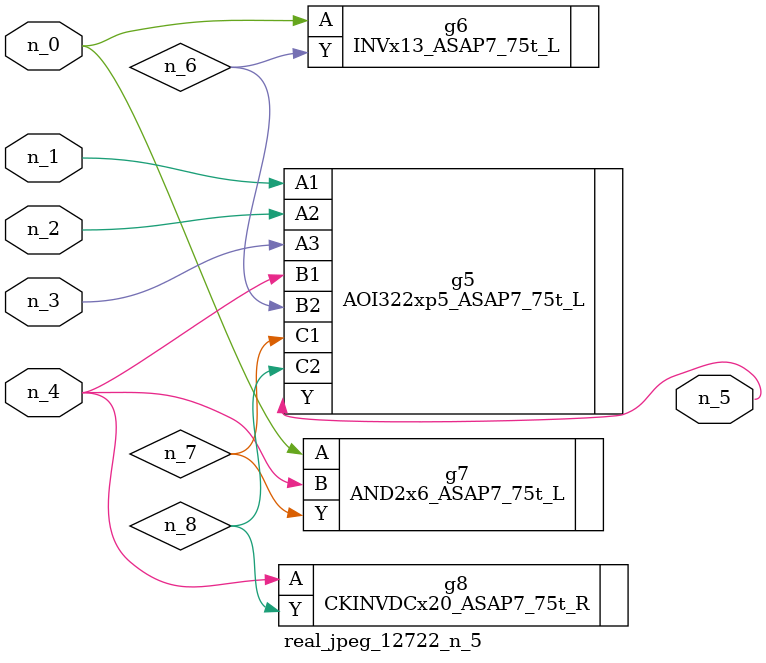
<source format=v>
module real_jpeg_12722_n_5 (n_4, n_0, n_1, n_2, n_3, n_5);

input n_4;
input n_0;
input n_1;
input n_2;
input n_3;

output n_5;

wire n_8;
wire n_6;
wire n_7;

INVx13_ASAP7_75t_L g6 ( 
.A(n_0),
.Y(n_6)
);

AND2x6_ASAP7_75t_L g7 ( 
.A(n_0),
.B(n_4),
.Y(n_7)
);

AOI322xp5_ASAP7_75t_L g5 ( 
.A1(n_1),
.A2(n_2),
.A3(n_3),
.B1(n_4),
.B2(n_6),
.C1(n_7),
.C2(n_8),
.Y(n_5)
);

CKINVDCx20_ASAP7_75t_R g8 ( 
.A(n_4),
.Y(n_8)
);


endmodule
</source>
